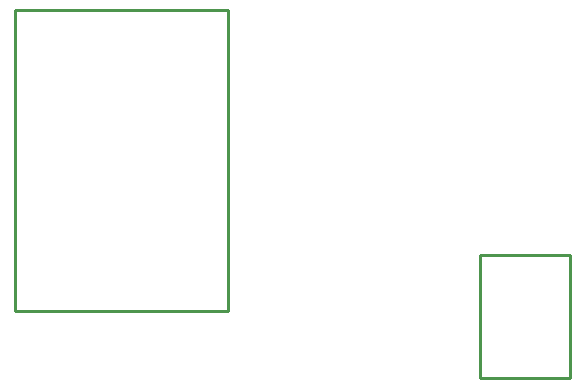
<source format=gbr>
G04 DipTrace 3.1.0.1*
G04 Bottom-Clock-IN12e.TopAssy.gbr*
%MOIN*%
G04 #@! TF.FileFunction,Drawing,Top*
G04 #@! TF.Part,Single*
%ADD10C,0.009843*%
%FSLAX26Y26*%
G04*
G70*
G90*
G75*
G01*
G04 TopAssy*
%LPD*%
X1699959Y1670016D2*
D10*
X2408545D1*
Y666050D1*
X1699959D1*
Y1670016D1*
X3547544Y443425D2*
X3248361D1*
Y852874D1*
X3547544D1*
Y443425D1*
M02*

</source>
